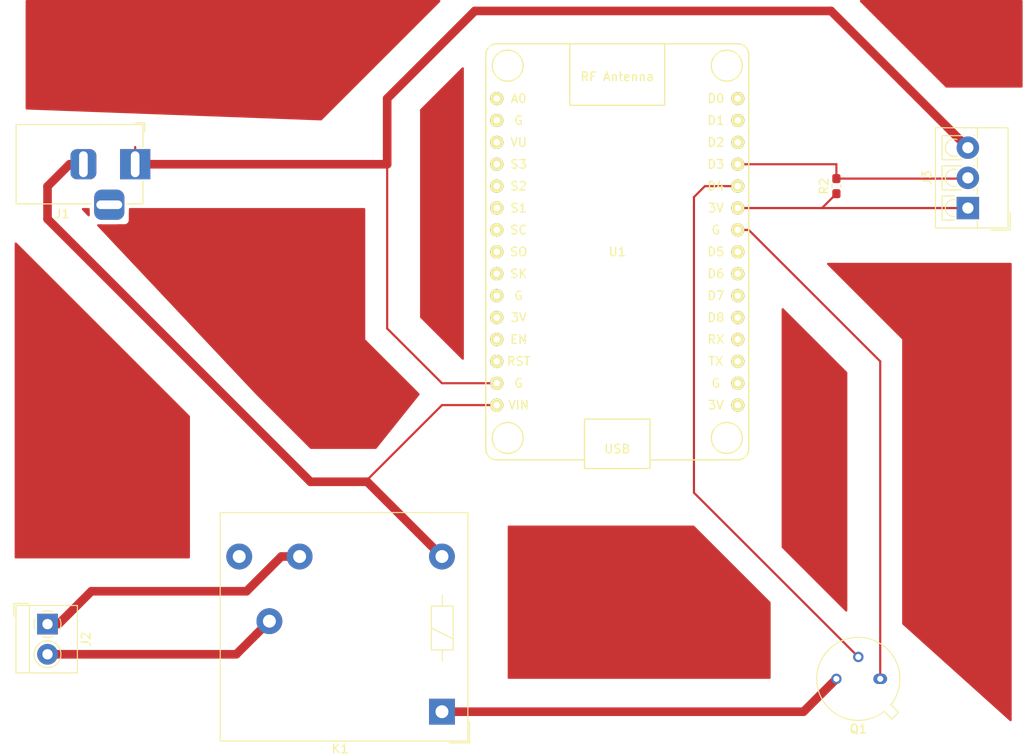
<source format=kicad_pcb>
(kicad_pcb (version 20171130) (host pcbnew "(5.0.1)-3")

  (general
    (thickness 1.6)
    (drawings 0)
    (tracks 42)
    (zones 0)
    (modules 7)
    (nets 35)
  )

  (page A4)
  (layers
    (0 F.Cu signal)
    (31 B.Cu signal)
    (32 B.Adhes user)
    (33 F.Adhes user)
    (34 B.Paste user)
    (35 F.Paste user)
    (36 B.SilkS user)
    (37 F.SilkS user)
    (38 B.Mask user)
    (39 F.Mask user)
    (40 Dwgs.User user)
    (41 Cmts.User user)
    (42 Eco1.User user)
    (43 Eco2.User user)
    (44 Edge.Cuts user)
    (45 Margin user)
    (46 B.CrtYd user hide)
    (47 F.CrtYd user)
    (48 B.Fab user hide)
    (49 F.Fab user)
  )

  (setup
    (last_trace_width 0.25)
    (trace_clearance 0.2)
    (zone_clearance 0.508)
    (zone_45_only no)
    (trace_min 0.2)
    (segment_width 0.2)
    (edge_width 0.15)
    (via_size 0.8)
    (via_drill 0.4)
    (via_min_size 0.4)
    (via_min_drill 0.3)
    (uvia_size 0.3)
    (uvia_drill 0.1)
    (uvias_allowed no)
    (uvia_min_size 0.2)
    (uvia_min_drill 0.1)
    (pcb_text_width 0.3)
    (pcb_text_size 1.5 1.5)
    (mod_edge_width 0.15)
    (mod_text_size 1 1)
    (mod_text_width 0.15)
    (pad_size 1.524 1.524)
    (pad_drill 0.762)
    (pad_to_mask_clearance 0.051)
    (solder_mask_min_width 0.25)
    (aux_axis_origin 0 0)
    (visible_elements 7FFFFFFF)
    (pcbplotparams
      (layerselection 0x010fc_ffffffff)
      (usegerberextensions false)
      (usegerberattributes false)
      (usegerberadvancedattributes false)
      (creategerberjobfile false)
      (excludeedgelayer true)
      (linewidth 0.100000)
      (plotframeref false)
      (viasonmask false)
      (mode 1)
      (useauxorigin false)
      (hpglpennumber 1)
      (hpglpenspeed 20)
      (hpglpendiameter 15.000000)
      (psnegative false)
      (psa4output false)
      (plotreference true)
      (plotvalue true)
      (plotinvisibletext false)
      (padsonsilk false)
      (subtractmaskfromsilk false)
      (outputformat 1)
      (mirror false)
      (drillshape 1)
      (scaleselection 1)
      (outputdirectory ""))
  )

  (net 0 "")
  (net 1 GND)
  (net 2 +10V)
  (net 3 "Net-(J2-Pad1)")
  (net 4 "Net-(J2-Pad2)")
  (net 5 +3V3)
  (net 6 "Net-(J3-Pad2)")
  (net 7 "Net-(Q1-Pad2)")
  (net 8 "Net-(U1-Pad1)")
  (net 9 "Net-(U1-Pad2)")
  (net 10 "Net-(U1-Pad3)")
  (net 11 "Net-(U1-Pad4)")
  (net 12 "Net-(U1-Pad5)")
  (net 13 "Net-(U1-Pad6)")
  (net 14 "Net-(U1-Pad7)")
  (net 15 "Net-(U1-Pad8)")
  (net 16 "Net-(U1-Pad9)")
  (net 17 "Net-(U1-Pad10)")
  (net 18 "Net-(U1-Pad11)")
  (net 19 "Net-(U1-Pad12)")
  (net 20 "Net-(U1-Pad13)")
  (net 21 "Net-(U1-Pad17)")
  (net 22 "Net-(U1-Pad18)")
  (net 23 "Net-(U1-Pad19)")
  (net 24 "Net-(U1-Pad20)")
  (net 25 "Net-(U1-Pad21)")
  (net 26 "Net-(U1-Pad22)")
  (net 27 "Net-(U1-Pad23)")
  (net 28 "Net-(U1-Pad28)")
  (net 29 "Net-(U1-Pad29)")
  (net 30 "Net-(U1-Pad30)")
  (net 31 "Net-(K1-PadA1)")
  (net 32 "Net-(K1-Pad14)")
  (net 33 "Net-(U1-Pad16)")
  (net 34 "Net-(Q1-Pad1)")

  (net_class Default "This is the default net class."
    (clearance 0.2)
    (trace_width 0.25)
    (via_dia 0.8)
    (via_drill 0.4)
    (uvia_dia 0.3)
    (uvia_drill 0.1)
    (add_net +10V)
    (add_net +3V3)
    (add_net GND)
    (add_net "Net-(J2-Pad1)")
    (add_net "Net-(J2-Pad2)")
    (add_net "Net-(J3-Pad2)")
    (add_net "Net-(K1-Pad14)")
    (add_net "Net-(K1-PadA1)")
    (add_net "Net-(Q1-Pad1)")
    (add_net "Net-(Q1-Pad2)")
    (add_net "Net-(U1-Pad1)")
    (add_net "Net-(U1-Pad10)")
    (add_net "Net-(U1-Pad11)")
    (add_net "Net-(U1-Pad12)")
    (add_net "Net-(U1-Pad13)")
    (add_net "Net-(U1-Pad16)")
    (add_net "Net-(U1-Pad17)")
    (add_net "Net-(U1-Pad18)")
    (add_net "Net-(U1-Pad19)")
    (add_net "Net-(U1-Pad2)")
    (add_net "Net-(U1-Pad20)")
    (add_net "Net-(U1-Pad21)")
    (add_net "Net-(U1-Pad22)")
    (add_net "Net-(U1-Pad23)")
    (add_net "Net-(U1-Pad28)")
    (add_net "Net-(U1-Pad29)")
    (add_net "Net-(U1-Pad3)")
    (add_net "Net-(U1-Pad30)")
    (add_net "Net-(U1-Pad4)")
    (add_net "Net-(U1-Pad5)")
    (add_net "Net-(U1-Pad6)")
    (add_net "Net-(U1-Pad7)")
    (add_net "Net-(U1-Pad8)")
    (add_net "Net-(U1-Pad9)")
  )

  (module Connector_BarrelJack:BarrelJack_Horizontal (layer F.Cu) (tedit 5A1DBF6A) (tstamp 5C04B976)
    (at 96.52 72.39)
    (descr "DC Barrel Jack")
    (tags "Power Jack")
    (path /5BEA696A)
    (fp_text reference J1 (at -8.45 5.75) (layer F.SilkS)
      (effects (font (size 1 1) (thickness 0.15)))
    )
    (fp_text value Barrel_Jack_MountingPin (at -6.2 -5.5) (layer F.Fab)
      (effects (font (size 1 1) (thickness 0.15)))
    )
    (fp_text user %R (at -3 -2.95) (layer F.Fab)
      (effects (font (size 1 1) (thickness 0.15)))
    )
    (fp_line (start -0.003213 -4.505425) (end 0.8 -3.75) (layer F.Fab) (width 0.1))
    (fp_line (start 1.1 -3.75) (end 1.1 -4.8) (layer F.SilkS) (width 0.12))
    (fp_line (start 0.05 -4.8) (end 1.1 -4.8) (layer F.SilkS) (width 0.12))
    (fp_line (start 1 -4.5) (end 1 -4.75) (layer F.CrtYd) (width 0.05))
    (fp_line (start 1 -4.75) (end -14 -4.75) (layer F.CrtYd) (width 0.05))
    (fp_line (start 1 -4.5) (end 1 -2) (layer F.CrtYd) (width 0.05))
    (fp_line (start 1 -2) (end 2 -2) (layer F.CrtYd) (width 0.05))
    (fp_line (start 2 -2) (end 2 2) (layer F.CrtYd) (width 0.05))
    (fp_line (start 2 2) (end 1 2) (layer F.CrtYd) (width 0.05))
    (fp_line (start 1 2) (end 1 4.75) (layer F.CrtYd) (width 0.05))
    (fp_line (start 1 4.75) (end -1 4.75) (layer F.CrtYd) (width 0.05))
    (fp_line (start -1 4.75) (end -1 6.75) (layer F.CrtYd) (width 0.05))
    (fp_line (start -1 6.75) (end -5 6.75) (layer F.CrtYd) (width 0.05))
    (fp_line (start -5 6.75) (end -5 4.75) (layer F.CrtYd) (width 0.05))
    (fp_line (start -5 4.75) (end -14 4.75) (layer F.CrtYd) (width 0.05))
    (fp_line (start -14 4.75) (end -14 -4.75) (layer F.CrtYd) (width 0.05))
    (fp_line (start -5 4.6) (end -13.8 4.6) (layer F.SilkS) (width 0.12))
    (fp_line (start -13.8 4.6) (end -13.8 -4.6) (layer F.SilkS) (width 0.12))
    (fp_line (start 0.9 1.9) (end 0.9 4.6) (layer F.SilkS) (width 0.12))
    (fp_line (start 0.9 4.6) (end -1 4.6) (layer F.SilkS) (width 0.12))
    (fp_line (start -13.8 -4.6) (end 0.9 -4.6) (layer F.SilkS) (width 0.12))
    (fp_line (start 0.9 -4.6) (end 0.9 -2) (layer F.SilkS) (width 0.12))
    (fp_line (start -10.2 -4.5) (end -10.2 4.5) (layer F.Fab) (width 0.1))
    (fp_line (start -13.7 -4.5) (end -13.7 4.5) (layer F.Fab) (width 0.1))
    (fp_line (start -13.7 4.5) (end 0.8 4.5) (layer F.Fab) (width 0.1))
    (fp_line (start 0.8 4.5) (end 0.8 -3.75) (layer F.Fab) (width 0.1))
    (fp_line (start 0 -4.5) (end -13.7 -4.5) (layer F.Fab) (width 0.1))
    (pad 1 thru_hole rect (at 0 0) (size 3.5 3.5) (drill oval 1 3) (layers *.Cu *.Mask)
      (net 1 GND))
    (pad 2 thru_hole roundrect (at -6 0) (size 3 3.5) (drill oval 1 3) (layers *.Cu *.Mask) (roundrect_rratio 0.25)
      (net 2 +10V))
    (pad 3 thru_hole roundrect (at -3 4.7) (size 3.5 3.5) (drill oval 3 1) (layers *.Cu *.Mask) (roundrect_rratio 0.25))
    (model ${KISYS3DMOD}/Connector_BarrelJack.3dshapes/BarrelJack_Horizontal.wrl
      (at (xyz 0 0 0))
      (scale (xyz 1 1 1))
      (rotate (xyz 0 0 0))
    )
  )

  (module "ESP8266:NodeMCU1.0(12-E)" (layer F.Cu) (tedit 5AF3DDCB) (tstamp 5C04BA8A)
    (at 152.4 82.55)
    (path /5BEA5477)
    (fp_text reference U1 (at 0 0) (layer F.SilkS)
      (effects (font (size 1 1) (thickness 0.15)))
    )
    (fp_text value "NodeMCU_1.0_(ESP-12E)" (at 0 -5.08) (layer F.Fab)
      (effects (font (size 1 1) (thickness 0.15)))
    )
    (fp_line (start 13.98 24.13) (end 3.81 24.13) (layer F.SilkS) (width 0.15))
    (fp_text user USB (at 0 22.86) (layer F.SilkS)
      (effects (font (size 1 1) (thickness 0.15)))
    )
    (fp_text user "RF Antenna" (at 0 -20.32) (layer F.SilkS)
      (effects (font (size 1 1) (thickness 0.15)))
    )
    (fp_line (start 5.5 -17) (end -5.5 -17) (layer F.SilkS) (width 0.15))
    (fp_line (start 5.5 -24.13) (end 5.5 -17) (layer F.SilkS) (width 0.15))
    (fp_line (start -5.5 -17) (end -5.5 -24.13) (layer F.SilkS) (width 0.15))
    (fp_line (start -3.8 25.13) (end -3.8 19.4) (layer F.SilkS) (width 0.15))
    (fp_line (start -3.8 19.4) (end 3.8 19.4) (layer F.SilkS) (width 0.15))
    (fp_line (start 3.8 19.4) (end 3.8 25.13) (layer F.SilkS) (width 0.15))
    (fp_line (start 3.8 25.13) (end -3.8 25.13) (layer F.SilkS) (width 0.15))
    (fp_arc (start -13.97 -22.86) (end -15.24 -22.86) (angle 90) (layer F.SilkS) (width 0.15))
    (fp_arc (start 13.97 -22.86) (end 13.97 -24.13) (angle 90) (layer F.SilkS) (width 0.15))
    (fp_arc (start 13.97 22.86) (end 15.24 22.86) (angle 90) (layer F.SilkS) (width 0.15))
    (fp_arc (start -13.97 22.86) (end -13.97 24.13) (angle 90) (layer F.SilkS) (width 0.15))
    (fp_line (start 15.24 -22.86) (end 15.24 22.86) (layer F.SilkS) (width 0.15))
    (fp_line (start -15.24 -22.86) (end -15.24 22.86) (layer F.SilkS) (width 0.15))
    (fp_line (start -3.8 24.13) (end -13.97 24.13) (layer F.SilkS) (width 0.15))
    (fp_text user VIN (at -11.43 17.78) (layer F.SilkS)
      (effects (font (size 1 1) (thickness 0.15)))
    )
    (fp_text user G (at -11.43 15.24) (layer F.SilkS)
      (effects (font (size 1 1) (thickness 0.15)))
    )
    (fp_text user RST (at -11.43 12.7) (layer F.SilkS)
      (effects (font (size 1 1) (thickness 0.15)))
    )
    (fp_text user EN (at -11.43 10.16) (layer F.SilkS)
      (effects (font (size 1 1) (thickness 0.15)))
    )
    (fp_text user 3V (at -11.43 7.62) (layer F.SilkS)
      (effects (font (size 1 1) (thickness 0.15)))
    )
    (fp_text user G (at -11.43 5.08) (layer F.SilkS)
      (effects (font (size 1 1) (thickness 0.15)))
    )
    (fp_text user SK (at -11.43 2.54) (layer F.SilkS)
      (effects (font (size 1 1) (thickness 0.15)))
    )
    (fp_text user SO (at -11.43 0) (layer F.SilkS)
      (effects (font (size 1 1) (thickness 0.15)))
    )
    (fp_text user SC (at -11.43 -2.54) (layer F.SilkS)
      (effects (font (size 1 1) (thickness 0.15)))
    )
    (fp_text user S1 (at -11.43 -5.08) (layer F.SilkS)
      (effects (font (size 1 1) (thickness 0.15)))
    )
    (fp_text user S2 (at -11.43 -7.62) (layer F.SilkS)
      (effects (font (size 1 1) (thickness 0.15)))
    )
    (fp_text user S3 (at -11.43 -10.16) (layer F.SilkS)
      (effects (font (size 1 1) (thickness 0.15)))
    )
    (fp_text user VU (at -11.43 -12.7) (layer F.SilkS)
      (effects (font (size 1 1) (thickness 0.15)))
    )
    (fp_text user G (at -11.43 -15.24) (layer F.SilkS)
      (effects (font (size 1 1) (thickness 0.15)))
    )
    (fp_text user A0 (at -11.43 -17.78) (layer F.SilkS)
      (effects (font (size 1 1) (thickness 0.15)))
    )
    (fp_text user 3V (at 11.43 17.78) (layer F.SilkS)
      (effects (font (size 1 1) (thickness 0.15)))
    )
    (fp_text user G (at 11.43 15.24) (layer F.SilkS)
      (effects (font (size 1 1) (thickness 0.15)))
    )
    (fp_text user TX (at 11.43 12.7) (layer F.SilkS)
      (effects (font (size 1 1) (thickness 0.15)))
    )
    (fp_text user RX (at 11.43 10.16) (layer F.SilkS)
      (effects (font (size 1 1) (thickness 0.15)))
    )
    (fp_text user D8 (at 11.43 7.62) (layer F.SilkS)
      (effects (font (size 1 1) (thickness 0.15)))
    )
    (fp_text user D7 (at 11.43 5.08) (layer F.SilkS)
      (effects (font (size 1 1) (thickness 0.15)))
    )
    (fp_text user D6 (at 11.43 2.54) (layer F.SilkS)
      (effects (font (size 1 1) (thickness 0.15)))
    )
    (fp_text user D5 (at 11.43 0) (layer F.SilkS)
      (effects (font (size 1 1) (thickness 0.15)))
    )
    (fp_text user G (at 11.43 -2.54) (layer F.SilkS)
      (effects (font (size 1 1) (thickness 0.15)))
    )
    (fp_text user 3V (at 11.43 -5.08) (layer F.SilkS)
      (effects (font (size 1 1) (thickness 0.15)))
    )
    (fp_text user D4 (at 11.43 -7.62) (layer F.SilkS)
      (effects (font (size 1 1) (thickness 0.15)))
    )
    (fp_text user D3 (at 11.43 -10.16) (layer F.SilkS)
      (effects (font (size 1 1) (thickness 0.15)))
    )
    (fp_text user D2 (at 11.43 -12.7) (layer F.SilkS)
      (effects (font (size 1 1) (thickness 0.15)))
    )
    (fp_text user D1 (at 11.43 -15.24) (layer F.SilkS)
      (effects (font (size 1 1) (thickness 0.15)))
    )
    (fp_text user D0 (at 11.43 -17.78) (layer F.SilkS)
      (effects (font (size 1 1) (thickness 0.15)))
    )
    (fp_circle (center 12.7 21.59) (end 13.97 20.32) (layer F.SilkS) (width 0.15))
    (fp_circle (center -12.7 21.59) (end -11.43 20.32) (layer F.SilkS) (width 0.15))
    (fp_circle (center -12.7 -21.59) (end -11.43 -22.86) (layer F.SilkS) (width 0.15))
    (fp_circle (center 12.7 -21.59) (end 13.97 -22.86) (layer F.SilkS) (width 0.15))
    (fp_line (start 13.97 -24.13) (end -13.97 -24.13) (layer F.SilkS) (width 0.15))
    (pad 1 thru_hole circle (at -13.97 -17.78) (size 1.524 1.524) (drill 0.762) (layers *.Cu *.Mask F.SilkS)
      (net 8 "Net-(U1-Pad1)"))
    (pad 2 thru_hole circle (at -13.97 -15.24) (size 1.524 1.524) (drill 0.762) (layers *.Cu *.Mask F.SilkS)
      (net 9 "Net-(U1-Pad2)"))
    (pad 3 thru_hole circle (at -13.97 -12.7) (size 1.524 1.524) (drill 0.762) (layers *.Cu *.Mask F.SilkS)
      (net 10 "Net-(U1-Pad3)"))
    (pad 4 thru_hole circle (at -13.97 -10.16) (size 1.524 1.524) (drill 0.762) (layers *.Cu *.Mask F.SilkS)
      (net 11 "Net-(U1-Pad4)"))
    (pad 5 thru_hole circle (at -13.97 -7.62) (size 1.524 1.524) (drill 0.762) (layers *.Cu *.Mask F.SilkS)
      (net 12 "Net-(U1-Pad5)"))
    (pad 6 thru_hole circle (at -13.97 -5.08) (size 1.524 1.524) (drill 0.762) (layers *.Cu *.Mask F.SilkS)
      (net 13 "Net-(U1-Pad6)"))
    (pad 7 thru_hole circle (at -13.97 -2.54) (size 1.524 1.524) (drill 0.762) (layers *.Cu *.Mask F.SilkS)
      (net 14 "Net-(U1-Pad7)"))
    (pad 8 thru_hole circle (at -13.97 0) (size 1.524 1.524) (drill 0.762) (layers *.Cu *.Mask F.SilkS)
      (net 15 "Net-(U1-Pad8)"))
    (pad 9 thru_hole circle (at -13.97 2.54) (size 1.524 1.524) (drill 0.762) (layers *.Cu *.Mask F.SilkS)
      (net 16 "Net-(U1-Pad9)"))
    (pad 10 thru_hole circle (at -13.97 5.08) (size 1.524 1.524) (drill 0.762) (layers *.Cu *.Mask F.SilkS)
      (net 17 "Net-(U1-Pad10)"))
    (pad 11 thru_hole circle (at -13.97 7.62) (size 1.524 1.524) (drill 0.762) (layers *.Cu *.Mask F.SilkS)
      (net 18 "Net-(U1-Pad11)"))
    (pad 12 thru_hole circle (at -13.97 10.16) (size 1.524 1.524) (drill 0.762) (layers *.Cu *.Mask F.SilkS)
      (net 19 "Net-(U1-Pad12)"))
    (pad 13 thru_hole circle (at -13.97 12.7) (size 1.524 1.524) (drill 0.762) (layers *.Cu *.Mask F.SilkS)
      (net 20 "Net-(U1-Pad13)"))
    (pad 14 thru_hole circle (at -13.97 15.24) (size 1.524 1.524) (drill 0.762) (layers *.Cu *.Mask F.SilkS)
      (net 1 GND))
    (pad 15 thru_hole circle (at -13.97 17.78) (size 1.524 1.524) (drill 0.762) (layers *.Cu *.Mask F.SilkS)
      (net 2 +10V))
    (pad 16 thru_hole circle (at 13.97 17.78) (size 1.524 1.524) (drill 0.762) (layers *.Cu *.Mask F.SilkS)
      (net 33 "Net-(U1-Pad16)"))
    (pad 17 thru_hole circle (at 13.97 15.24) (size 1.524 1.524) (drill 0.762) (layers *.Cu *.Mask F.SilkS)
      (net 21 "Net-(U1-Pad17)"))
    (pad 18 thru_hole circle (at 13.97 12.7) (size 1.524 1.524) (drill 0.762) (layers *.Cu *.Mask F.SilkS)
      (net 22 "Net-(U1-Pad18)"))
    (pad 19 thru_hole circle (at 13.97 10.16) (size 1.524 1.524) (drill 0.762) (layers *.Cu *.Mask F.SilkS)
      (net 23 "Net-(U1-Pad19)"))
    (pad 20 thru_hole circle (at 13.97 7.62) (size 1.524 1.524) (drill 0.762) (layers *.Cu *.Mask F.SilkS)
      (net 24 "Net-(U1-Pad20)"))
    (pad 21 thru_hole circle (at 13.97 5.08) (size 1.524 1.524) (drill 0.762) (layers *.Cu *.Mask F.SilkS)
      (net 25 "Net-(U1-Pad21)"))
    (pad 22 thru_hole circle (at 13.97 2.54) (size 1.524 1.524) (drill 0.762) (layers *.Cu *.Mask F.SilkS)
      (net 26 "Net-(U1-Pad22)"))
    (pad 23 thru_hole circle (at 13.97 0) (size 1.524 1.524) (drill 0.762) (layers *.Cu *.Mask F.SilkS)
      (net 27 "Net-(U1-Pad23)"))
    (pad 24 thru_hole circle (at 13.97 -2.54) (size 1.524 1.524) (drill 0.762) (layers *.Cu *.Mask F.SilkS)
      (net 34 "Net-(Q1-Pad1)"))
    (pad 25 thru_hole circle (at 13.97 -5.08) (size 1.524 1.524) (drill 0.762) (layers *.Cu *.Mask F.SilkS)
      (net 5 +3V3))
    (pad 26 thru_hole circle (at 13.97 -7.62) (size 1.524 1.524) (drill 0.762) (layers *.Cu *.Mask F.SilkS)
      (net 7 "Net-(Q1-Pad2)"))
    (pad 27 thru_hole circle (at 13.97 -10.16) (size 1.524 1.524) (drill 0.762) (layers *.Cu *.Mask F.SilkS)
      (net 6 "Net-(J3-Pad2)"))
    (pad 28 thru_hole circle (at 13.97 -12.7) (size 1.524 1.524) (drill 0.762) (layers *.Cu *.Mask F.SilkS)
      (net 28 "Net-(U1-Pad28)"))
    (pad 29 thru_hole circle (at 13.97 -15.24) (size 1.524 1.524) (drill 0.762) (layers *.Cu *.Mask F.SilkS)
      (net 29 "Net-(U1-Pad29)"))
    (pad 30 thru_hole circle (at 13.97 -17.78) (size 1.524 1.524) (drill 0.762) (layers *.Cu *.Mask F.SilkS)
      (net 30 "Net-(U1-Pad30)"))
  )

  (module TerminalBlock_4Ucon:TerminalBlock_4Ucon_1x02_P3.50mm_Horizontal (layer F.Cu) (tedit 5B294E91) (tstamp 5C04B9AE)
    (at 86.36 125.73 270)
    (descr "Terminal Block 4Ucon ItemNo. 19963, 2 pins, pitch 3.5mm, size 7.7x7mm^2, drill diamater 1.2mm, pad diameter 2.4mm, see http://www.4uconnector.com/online/object/4udrawing/19963.pdf, script-generated using https://github.com/pointhi/kicad-footprint-generator/scripts/TerminalBlock_4Ucon")
    (tags "THT Terminal Block 4Ucon ItemNo. 19963 pitch 3.5mm size 7.7x7mm^2 drill 1.2mm pad 2.4mm")
    (path /5BEA6AA8)
    (fp_text reference J2 (at 1.75 -4.46 270) (layer F.SilkS)
      (effects (font (size 1 1) (thickness 0.15)))
    )
    (fp_text value Screw_Terminal_01x02 (at 1.75 4.66 270) (layer F.Fab)
      (effects (font (size 1 1) (thickness 0.15)))
    )
    (fp_arc (start 0 0) (end 0 1.555) (angle -23) (layer F.SilkS) (width 0.12))
    (fp_arc (start 0 0) (end 1.432 0.608) (angle -46) (layer F.SilkS) (width 0.12))
    (fp_arc (start 0 0) (end 0.608 -1.432) (angle -46) (layer F.SilkS) (width 0.12))
    (fp_arc (start 0 0) (end -1.432 -0.608) (angle -46) (layer F.SilkS) (width 0.12))
    (fp_arc (start 0 0) (end -0.608 1.432) (angle -24) (layer F.SilkS) (width 0.12))
    (fp_circle (center 0 0) (end 1.375 0) (layer F.Fab) (width 0.1))
    (fp_circle (center 3.5 0) (end 4.875 0) (layer F.Fab) (width 0.1))
    (fp_circle (center 3.5 0) (end 5.055 0) (layer F.SilkS) (width 0.12))
    (fp_line (start -2.1 -3.4) (end 5.6 -3.4) (layer F.Fab) (width 0.1))
    (fp_line (start 5.6 -3.4) (end 5.6 3.6) (layer F.Fab) (width 0.1))
    (fp_line (start 5.6 3.6) (end -0.6 3.6) (layer F.Fab) (width 0.1))
    (fp_line (start -0.6 3.6) (end -2.1 2.1) (layer F.Fab) (width 0.1))
    (fp_line (start -2.1 2.1) (end -2.1 -3.4) (layer F.Fab) (width 0.1))
    (fp_line (start -2.1 2.1) (end 5.6 2.1) (layer F.Fab) (width 0.1))
    (fp_line (start -2.16 2.1) (end 5.66 2.1) (layer F.SilkS) (width 0.12))
    (fp_line (start -2.16 -3.46) (end 5.66 -3.46) (layer F.SilkS) (width 0.12))
    (fp_line (start -2.16 3.66) (end 5.66 3.66) (layer F.SilkS) (width 0.12))
    (fp_line (start -2.16 -3.46) (end -2.16 3.66) (layer F.SilkS) (width 0.12))
    (fp_line (start 5.66 -3.46) (end 5.66 3.66) (layer F.SilkS) (width 0.12))
    (fp_line (start -1.1 -0.069) (end -0.069 -0.069) (layer F.Fab) (width 0.1))
    (fp_line (start -0.069 -0.069) (end -0.069 -1.1) (layer F.Fab) (width 0.1))
    (fp_line (start -0.069 -1.1) (end 0.069 -1.1) (layer F.Fab) (width 0.1))
    (fp_line (start 0.069 -1.1) (end 0.069 -0.069) (layer F.Fab) (width 0.1))
    (fp_line (start 0.069 -0.069) (end 1.1 -0.069) (layer F.Fab) (width 0.1))
    (fp_line (start 1.1 -0.069) (end 1.1 0.069) (layer F.Fab) (width 0.1))
    (fp_line (start 1.1 0.069) (end 0.069 0.069) (layer F.Fab) (width 0.1))
    (fp_line (start 0.069 0.069) (end 0.069 1.1) (layer F.Fab) (width 0.1))
    (fp_line (start 0.069 1.1) (end -0.069 1.1) (layer F.Fab) (width 0.1))
    (fp_line (start -0.069 1.1) (end -0.069 0.069) (layer F.Fab) (width 0.1))
    (fp_line (start -0.069 0.069) (end -1.1 0.069) (layer F.Fab) (width 0.1))
    (fp_line (start -1.1 0.069) (end -1.1 -0.069) (layer F.Fab) (width 0.1))
    (fp_line (start 2.4 -0.069) (end 3.431 -0.069) (layer F.Fab) (width 0.1))
    (fp_line (start 3.431 -0.069) (end 3.431 -1.1) (layer F.Fab) (width 0.1))
    (fp_line (start 3.431 -1.1) (end 3.569 -1.1) (layer F.Fab) (width 0.1))
    (fp_line (start 3.569 -1.1) (end 3.569 -0.069) (layer F.Fab) (width 0.1))
    (fp_line (start 3.569 -0.069) (end 4.6 -0.069) (layer F.Fab) (width 0.1))
    (fp_line (start 4.6 -0.069) (end 4.6 0.069) (layer F.Fab) (width 0.1))
    (fp_line (start 4.6 0.069) (end 3.569 0.069) (layer F.Fab) (width 0.1))
    (fp_line (start 3.569 0.069) (end 3.569 1.1) (layer F.Fab) (width 0.1))
    (fp_line (start 3.569 1.1) (end 3.431 1.1) (layer F.Fab) (width 0.1))
    (fp_line (start 3.431 1.1) (end 3.431 0.069) (layer F.Fab) (width 0.1))
    (fp_line (start 3.431 0.069) (end 2.4 0.069) (layer F.Fab) (width 0.1))
    (fp_line (start 2.4 0.069) (end 2.4 -0.069) (layer F.Fab) (width 0.1))
    (fp_line (start -2.4 2.16) (end -2.4 3.9) (layer F.SilkS) (width 0.12))
    (fp_line (start -2.4 3.9) (end -0.9 3.9) (layer F.SilkS) (width 0.12))
    (fp_line (start -2.6 -3.9) (end -2.6 4.1) (layer F.CrtYd) (width 0.05))
    (fp_line (start -2.6 4.1) (end 6.1 4.1) (layer F.CrtYd) (width 0.05))
    (fp_line (start 6.1 4.1) (end 6.1 -3.9) (layer F.CrtYd) (width 0.05))
    (fp_line (start 6.1 -3.9) (end -2.6 -3.9) (layer F.CrtYd) (width 0.05))
    (fp_text user %R (at 1.75 2.9 270) (layer F.Fab)
      (effects (font (size 1 1) (thickness 0.15)))
    )
    (pad 1 thru_hole rect (at 0 0 270) (size 2.4 2.4) (drill 1.2) (layers *.Cu *.Mask)
      (net 3 "Net-(J2-Pad1)"))
    (pad 2 thru_hole circle (at 3.5 0 270) (size 2.4 2.4) (drill 1.2) (layers *.Cu *.Mask)
      (net 4 "Net-(J2-Pad2)"))
    (model ${KISYS3DMOD}/TerminalBlock_4Ucon.3dshapes/TerminalBlock_4Ucon_1x02_P3.50mm_Horizontal.wrl
      (at (xyz 0 0 0))
      (scale (xyz 1 1 1))
      (rotate (xyz 0 0 0))
    )
  )

  (module TerminalBlock_4Ucon:TerminalBlock_4Ucon_1x03_P3.50mm_Vertical (layer F.Cu) (tedit 5B294E80) (tstamp 5C04B9ED)
    (at 193.04 77.47 90)
    (descr "Terminal Block 4Ucon ItemNo. 10694, vertical (cable from top), 3 pins, pitch 3.5mm, size 11.5x8.3mm^2, drill diamater 1.3mm, pad diameter 2.6mm, see http://www.4uconnector.com/online/object/4udrawing/10694.pdf, script-generated with , script-generated using https://github.com/pointhi/kicad-footprint-generator/scripts/TerminalBlock_4Ucon")
    (tags "THT Terminal Block 4Ucon ItemNo. 10694 vertical pitch 3.5mm size 11.5x8.3mm^2 drill 1.3mm pad 2.6mm")
    (path /5BEA6B72)
    (fp_text reference J3 (at 3.5 -4.76 90) (layer F.SilkS)
      (effects (font (size 1 1) (thickness 0.15)))
    )
    (fp_text value Screw_Terminal_01x03 (at 3.5 5.66 90) (layer F.Fab)
      (effects (font (size 1 1) (thickness 0.15)))
    )
    (fp_arc (start 0 -1.6) (end 0.998 -1.531) (angle -188) (layer F.SilkS) (width 0.12))
    (fp_arc (start 3.5 -1.6) (end 4.44 -1.258) (angle -220) (layer F.SilkS) (width 0.12))
    (fp_arc (start 7 -1.6) (end 7.94 -1.258) (angle -220) (layer F.SilkS) (width 0.12))
    (fp_circle (center 0 -1.6) (end 1 -1.6) (layer F.Fab) (width 0.1))
    (fp_circle (center 3.5 -1.6) (end 4.5 -1.6) (layer F.Fab) (width 0.1))
    (fp_circle (center 7 -1.6) (end 8 -1.6) (layer F.Fab) (width 0.1))
    (fp_line (start -2.25 -3.7) (end 9.25 -3.7) (layer F.Fab) (width 0.1))
    (fp_line (start 9.25 -3.7) (end 9.25 4.6) (layer F.Fab) (width 0.1))
    (fp_line (start 9.25 4.6) (end -0.25 4.6) (layer F.Fab) (width 0.1))
    (fp_line (start -0.25 4.6) (end -2.25 2.6) (layer F.Fab) (width 0.1))
    (fp_line (start -2.25 2.6) (end -2.25 -3.7) (layer F.Fab) (width 0.1))
    (fp_line (start -2.25 1.1) (end 9.25 1.1) (layer F.Fab) (width 0.1))
    (fp_line (start -2.31 1.101) (end -1.54 1.101) (layer F.SilkS) (width 0.12))
    (fp_line (start 1.54 1.101) (end 2.367 1.101) (layer F.SilkS) (width 0.12))
    (fp_line (start 4.634 1.101) (end 5.867 1.101) (layer F.SilkS) (width 0.12))
    (fp_line (start 8.134 1.101) (end 9.31 1.101) (layer F.SilkS) (width 0.12))
    (fp_line (start -2.31 -3.76) (end 9.31 -3.76) (layer F.SilkS) (width 0.12))
    (fp_line (start -2.31 4.66) (end 9.31 4.66) (layer F.SilkS) (width 0.12))
    (fp_line (start -2.31 -3.76) (end -2.31 4.66) (layer F.SilkS) (width 0.12))
    (fp_line (start 9.31 -3.76) (end 9.31 4.66) (layer F.SilkS) (width 0.12))
    (fp_line (start -1.4 -3) (end 1.4 -3) (layer F.SilkS) (width 0.12))
    (fp_line (start -1.4 -3) (end -1.4 -1.54) (layer F.SilkS) (width 0.12))
    (fp_line (start 1.4 -3) (end 1.4 -1.54) (layer F.SilkS) (width 0.12))
    (fp_line (start -1.4 -3) (end -1.4 0.75) (layer F.Fab) (width 0.1))
    (fp_line (start -1.4 0.75) (end 1.4 0.75) (layer F.Fab) (width 0.1))
    (fp_line (start 1.4 0.75) (end 1.4 -3) (layer F.Fab) (width 0.1))
    (fp_line (start 1.4 -3) (end -1.4 -3) (layer F.Fab) (width 0.1))
    (fp_line (start 2.1 -3) (end 4.9 -3) (layer F.SilkS) (width 0.12))
    (fp_line (start 2.1 0.75) (end 2.101 0.75) (layer F.SilkS) (width 0.12))
    (fp_line (start 4.9 0.75) (end 4.9 0.75) (layer F.SilkS) (width 0.12))
    (fp_line (start 2.1 -3) (end 2.1 -0.689) (layer F.SilkS) (width 0.12))
    (fp_line (start 2.1 0.689) (end 2.1 0.75) (layer F.SilkS) (width 0.12))
    (fp_line (start 4.9 -3) (end 4.9 -0.689) (layer F.SilkS) (width 0.12))
    (fp_line (start 4.9 0.689) (end 4.9 0.75) (layer F.SilkS) (width 0.12))
    (fp_line (start 2.1 -3) (end 2.1 0.75) (layer F.Fab) (width 0.1))
    (fp_line (start 2.1 0.75) (end 4.9 0.75) (layer F.Fab) (width 0.1))
    (fp_line (start 4.9 0.75) (end 4.9 -3) (layer F.Fab) (width 0.1))
    (fp_line (start 4.9 -3) (end 2.1 -3) (layer F.Fab) (width 0.1))
    (fp_line (start 5.6 -3) (end 8.4 -3) (layer F.SilkS) (width 0.12))
    (fp_line (start 5.6 0.75) (end 5.601 0.75) (layer F.SilkS) (width 0.12))
    (fp_line (start 8.4 0.75) (end 8.4 0.75) (layer F.SilkS) (width 0.12))
    (fp_line (start 5.6 -3) (end 5.6 -0.689) (layer F.SilkS) (width 0.12))
    (fp_line (start 5.6 0.689) (end 5.6 0.75) (layer F.SilkS) (width 0.12))
    (fp_line (start 8.4 -3) (end 8.4 -0.689) (layer F.SilkS) (width 0.12))
    (fp_line (start 8.4 0.689) (end 8.4 0.75) (layer F.SilkS) (width 0.12))
    (fp_line (start 5.6 -3) (end 5.6 0.75) (layer F.Fab) (width 0.1))
    (fp_line (start 5.6 0.75) (end 8.4 0.75) (layer F.Fab) (width 0.1))
    (fp_line (start 8.4 0.75) (end 8.4 -3) (layer F.Fab) (width 0.1))
    (fp_line (start 8.4 -3) (end 5.6 -3) (layer F.Fab) (width 0.1))
    (fp_line (start -2.55 2.66) (end -2.55 4.9) (layer F.SilkS) (width 0.12))
    (fp_line (start -2.55 4.9) (end -0.55 4.9) (layer F.SilkS) (width 0.12))
    (fp_line (start -2.75 -4.2) (end -2.75 5.11) (layer F.CrtYd) (width 0.05))
    (fp_line (start -2.75 5.11) (end 9.75 5.11) (layer F.CrtYd) (width 0.05))
    (fp_line (start 9.75 5.11) (end 9.75 -4.2) (layer F.CrtYd) (width 0.05))
    (fp_line (start 9.75 -4.2) (end -2.75 -4.2) (layer F.CrtYd) (width 0.05))
    (fp_text user %R (at 5.08 -13.97 90) (layer F.Fab)
      (effects (font (size 1 1) (thickness 0.15)))
    )
    (pad 1 thru_hole rect (at 0 0 90) (size 2.6 2.6) (drill 1.3) (layers *.Cu *.Mask)
      (net 5 +3V3))
    (pad 2 thru_hole circle (at 3.5 0 90) (size 2.6 2.6) (drill 1.3) (layers *.Cu *.Mask)
      (net 6 "Net-(J3-Pad2)"))
    (pad 3 thru_hole circle (at 7 0 90) (size 2.6 2.6) (drill 1.3) (layers *.Cu *.Mask)
      (net 1 GND))
    (model ${KISYS3DMOD}/TerminalBlock_4Ucon.3dshapes/TerminalBlock_4Ucon_1x03_P3.50mm_Vertical.wrl
      (at (xyz 0 0 0))
      (scale (xyz 1 1 1))
      (rotate (xyz 0 0 0))
    )
  )

  (module Relay_THT:Relay_SPDT_Finder_40.11 (layer F.Cu) (tedit 5A6364EC) (tstamp 5C04BA0E)
    (at 132.08 135.89 180)
    (descr "Relay SPDT Finder 40.11, https://www.finder-relais.net/de/finder-relais-serie-40.pdf")
    (tags "Relay SPDT Finder 40.11 ")
    (path /5BEA59AE)
    (fp_text reference K1 (at 11.8 -4.3 180) (layer F.SilkS)
      (effects (font (size 1 1) (thickness 0.15)))
    )
    (fp_text value FINDER-40.11 (at 11.7 24.1 180) (layer F.Fab)
      (effects (font (size 1 1) (thickness 0.15)))
    )
    (fp_text user %R (at 10.7 10.6 180) (layer F.Fab)
      (effects (font (size 1 1) (thickness 0.15)))
    )
    (fp_line (start 25.7 23.1) (end 25.7 -3.4) (layer F.SilkS) (width 0.12))
    (fp_line (start -3 23.1) (end 25.7 23.1) (layer F.SilkS) (width 0.12))
    (fp_line (start 25.6 23) (end 25.6 -3.3) (layer F.Fab) (width 0.12))
    (fp_line (start -2.9 23) (end 25.6 23) (layer F.Fab) (width 0.12))
    (fp_line (start -3.2 -1.2) (end -3.2 -3.6) (layer F.SilkS) (width 0.12))
    (fp_line (start -0.8 -3.6) (end -3.2 -3.6) (layer F.SilkS) (width 0.12))
    (fp_line (start -3 23.1) (end -3 -3.4) (layer F.SilkS) (width 0.12))
    (fp_line (start -3 -3.4) (end 25.7 -3.4) (layer F.SilkS) (width 0.12))
    (fp_line (start -1.9 -3.3) (end -2.9 -2.2) (layer F.Fab) (width 0.12))
    (fp_line (start 25.6 -3.3) (end -1.9 -3.3) (layer F.Fab) (width 0.12))
    (fp_line (start -2.9 -2.2) (end -2.9 23) (layer F.Fab) (width 0.12))
    (fp_line (start -1.31 8.44) (end 1.23 9.71) (layer F.SilkS) (width 0.12))
    (fp_line (start -0.04 12.25) (end -0.04 13.52) (layer F.SilkS) (width 0.12))
    (fp_line (start -0.04 5.9) (end -0.04 7.17) (layer F.SilkS) (width 0.12))
    (fp_line (start -0.04 7.17) (end 1.23 7.17) (layer F.SilkS) (width 0.12))
    (fp_line (start 1.23 7.17) (end 1.23 12.25) (layer F.SilkS) (width 0.12))
    (fp_line (start 1.23 12.25) (end -1.31 12.25) (layer F.SilkS) (width 0.12))
    (fp_line (start -1.31 12.25) (end -1.31 7.17) (layer F.SilkS) (width 0.12))
    (fp_line (start -1.31 7.17) (end -0.04 7.17) (layer F.SilkS) (width 0.12))
    (fp_line (start -3.15 -3.55) (end 25.85 -3.55) (layer F.CrtYd) (width 0.05))
    (fp_line (start -3.15 -3.55) (end -3.15 23.25) (layer F.CrtYd) (width 0.05))
    (fp_line (start 25.85 23.25) (end 25.85 -3.55) (layer F.CrtYd) (width 0.05))
    (fp_line (start 25.85 23.25) (end -3.15 23.25) (layer F.CrtYd) (width 0.05))
    (pad A1 thru_hole rect (at 0 0 180) (size 3 3) (drill 1.5) (layers *.Cu *.Mask)
      (net 31 "Net-(K1-PadA1)"))
    (pad A2 thru_hole circle (at 0 18 180) (size 3 3) (drill 1.5) (layers *.Cu *.Mask)
      (net 2 +10V))
    (pad 11 thru_hole circle (at 20 10.5 180) (size 3 3) (drill 1.5) (layers *.Cu *.Mask)
      (net 4 "Net-(J2-Pad2)"))
    (pad 14 thru_hole circle (at 23.5 18 180) (size 3 3) (drill 1.5) (layers *.Cu *.Mask)
      (net 32 "Net-(K1-Pad14)"))
    (pad 12 thru_hole circle (at 16.5 18 180) (size 3 3) (drill 1.5) (layers *.Cu *.Mask)
      (net 3 "Net-(J2-Pad1)"))
    (model ${KISYS3DMOD}/Relay_THT.3dshapes/Relay_SPDT_Finder_40.11.wrl
      (at (xyz 0 0 0))
      (scale (xyz 1 1 1))
      (rotate (xyz 0 0 0))
    )
  )

  (module Package_TO_SOT_THT:TO-39-3 (layer F.Cu) (tedit 5A02FF81) (tstamp 5C04BA23)
    (at 182.88 132.08 180)
    (descr TO-39-3)
    (tags TO-39-3)
    (path /5BEA5AD9)
    (fp_text reference Q1 (at 2.54 -5.82 180) (layer F.SilkS)
      (effects (font (size 1 1) (thickness 0.15)))
    )
    (fp_text value 2N2219 (at 2.54 5.82 180) (layer F.Fab)
      (effects (font (size 1 1) (thickness 0.15)))
    )
    (fp_text user %R (at 2.54 -5.82 180) (layer F.Fab)
      (effects (font (size 1 1) (thickness 0.15)))
    )
    (fp_line (start -0.465408 -3.61352) (end -1.27151 -4.419621) (layer F.Fab) (width 0.1))
    (fp_line (start -1.27151 -4.419621) (end -1.879621 -3.81151) (layer F.Fab) (width 0.1))
    (fp_line (start -1.879621 -3.81151) (end -1.07352 -3.005408) (layer F.Fab) (width 0.1))
    (fp_line (start -0.457084 -3.774902) (end -1.348039 -4.665856) (layer F.SilkS) (width 0.12))
    (fp_line (start -1.348039 -4.665856) (end -2.125856 -3.888039) (layer F.SilkS) (width 0.12))
    (fp_line (start -2.125856 -3.888039) (end -1.234902 -2.997084) (layer F.SilkS) (width 0.12))
    (fp_line (start -2.41 -4.95) (end -2.41 4.95) (layer F.CrtYd) (width 0.05))
    (fp_line (start -2.41 4.95) (end 7.49 4.95) (layer F.CrtYd) (width 0.05))
    (fp_line (start 7.49 4.95) (end 7.49 -4.95) (layer F.CrtYd) (width 0.05))
    (fp_line (start 7.49 -4.95) (end -2.41 -4.95) (layer F.CrtYd) (width 0.05))
    (fp_circle (center 2.54 0) (end 6.79 0) (layer F.Fab) (width 0.1))
    (fp_arc (start 2.54 0) (end -0.465408 -3.61352) (angle 349.5) (layer F.Fab) (width 0.1))
    (fp_arc (start 2.54 0) (end -0.457084 -3.774902) (angle 346.9) (layer F.SilkS) (width 0.12))
    (pad 1 thru_hole oval (at 0 0 180) (size 1.6 1.2) (drill 0.7) (layers *.Cu *.Mask)
      (net 34 "Net-(Q1-Pad1)"))
    (pad 2 thru_hole oval (at 2.54 2.54 180) (size 1.2 1.2) (drill 0.7) (layers *.Cu *.Mask)
      (net 7 "Net-(Q1-Pad2)"))
    (pad 3 thru_hole oval (at 5.08 0 180) (size 1.2 1.2) (drill 0.7) (layers *.Cu *.Mask)
      (net 31 "Net-(K1-PadA1)"))
    (model ${KISYS3DMOD}/Package_TO_SOT_THT.3dshapes/TO-39-3.wrl
      (at (xyz 0 0 0))
      (scale (xyz 1 1 1))
      (rotate (xyz 0 0 0))
    )
  )

  (module Resistor_SMD:R_0603_1608Metric_Pad1.05x0.95mm_HandSolder (layer F.Cu) (tedit 5B301BBD) (tstamp 5C04BA34)
    (at 177.8 74.93 90)
    (descr "Resistor SMD 0603 (1608 Metric), square (rectangular) end terminal, IPC_7351 nominal with elongated pad for handsoldering. (Body size source: http://www.tortai-tech.com/upload/download/2011102023233369053.pdf), generated with kicad-footprint-generator")
    (tags "resistor handsolder")
    (path /5BEA6171)
    (attr smd)
    (fp_text reference R2 (at 0 -1.43 90) (layer F.SilkS)
      (effects (font (size 1 1) (thickness 0.15)))
    )
    (fp_text value R_Small_US (at 0 1.43 90) (layer F.Fab)
      (effects (font (size 1 1) (thickness 0.15)))
    )
    (fp_line (start -0.8 0.4) (end -0.8 -0.4) (layer F.Fab) (width 0.1))
    (fp_line (start -0.8 -0.4) (end 0.8 -0.4) (layer F.Fab) (width 0.1))
    (fp_line (start 0.8 -0.4) (end 0.8 0.4) (layer F.Fab) (width 0.1))
    (fp_line (start 0.8 0.4) (end -0.8 0.4) (layer F.Fab) (width 0.1))
    (fp_line (start -0.171267 -0.51) (end 0.171267 -0.51) (layer F.SilkS) (width 0.12))
    (fp_line (start -0.171267 0.51) (end 0.171267 0.51) (layer F.SilkS) (width 0.12))
    (fp_line (start -1.65 0.73) (end -1.65 -0.73) (layer F.CrtYd) (width 0.05))
    (fp_line (start -1.65 -0.73) (end 1.65 -0.73) (layer F.CrtYd) (width 0.05))
    (fp_line (start 1.65 -0.73) (end 1.65 0.73) (layer F.CrtYd) (width 0.05))
    (fp_line (start 1.65 0.73) (end -1.65 0.73) (layer F.CrtYd) (width 0.05))
    (fp_text user %R (at 0 0 180) (layer F.Fab)
      (effects (font (size 0.4 0.4) (thickness 0.06)))
    )
    (pad 1 smd roundrect (at -0.875 0 90) (size 1.05 0.95) (layers F.Cu F.Paste F.Mask) (roundrect_rratio 0.25)
      (net 5 +3V3))
    (pad 2 smd roundrect (at 0.875 0 90) (size 1.05 0.95) (layers F.Cu F.Paste F.Mask) (roundrect_rratio 0.25)
      (net 6 "Net-(J3-Pad2)"))
    (model ${KISYS3DMOD}/Resistor_SMD.3dshapes/R_0603_1608Metric.wrl
      (at (xyz 0 0 0))
      (scale (xyz 1 1 1))
      (rotate (xyz 0 0 0))
    )
  )

  (segment (start 96.52 72.39) (end 96.52 70.39) (width 0.25) (layer F.Cu) (net 1))
  (segment (start 189.23 66.66) (end 193.04 70.47) (width 0.25) (layer F.Cu) (net 1))
  (segment (start 96.52 72.39) (end 125.73 72.39) (width 1) (layer F.Cu) (net 1))
  (segment (start 125.73 72.39) (end 125.73 64.77) (width 1) (layer F.Cu) (net 1))
  (segment (start 125.73 64.77) (end 135.89 54.61) (width 1) (layer F.Cu) (net 1))
  (segment (start 177.18 54.61) (end 193.04 70.47) (width 1) (layer F.Cu) (net 1))
  (segment (start 135.89 54.61) (end 177.18 54.61) (width 1) (layer F.Cu) (net 1))
  (segment (start 125.73 72.39) (end 125.73 91.44) (width 0.25) (layer F.Cu) (net 1))
  (segment (start 125.73 91.44) (end 132.08 97.79) (width 0.25) (layer F.Cu) (net 1))
  (segment (start 132.08 97.79) (end 138.43 97.79) (width 0.25) (layer F.Cu) (net 1))
  (segment (start 132.08 100.33) (end 138.43 100.33) (width 0.25) (layer F.Cu) (net 2))
  (segment (start 88.92 72.39) (end 86.36 74.95) (width 1) (layer F.Cu) (net 2))
  (segment (start 90.52 72.39) (end 88.92 72.39) (width 1) (layer F.Cu) (net 2))
  (segment (start 86.36 74.95) (end 86.36 78.74) (width 1) (layer F.Cu) (net 2))
  (segment (start 86.36 78.74) (end 116.84 109.22) (width 1) (layer F.Cu) (net 2))
  (segment (start 123.41 109.22) (end 132.08 117.89) (width 1) (layer F.Cu) (net 2))
  (segment (start 116.84 109.22) (end 123.41 109.22) (width 1) (layer F.Cu) (net 2))
  (segment (start 132.08 100.33) (end 123.19 109.22) (width 0.25) (layer F.Cu) (net 2))
  (segment (start 113.45868 117.89) (end 109.42868 121.92) (width 1) (layer F.Cu) (net 3))
  (segment (start 115.58 117.89) (end 113.45868 117.89) (width 1) (layer F.Cu) (net 3))
  (segment (start 109.42868 121.92) (end 91.44 121.92) (width 1) (layer F.Cu) (net 3))
  (segment (start 91.44 121.92) (end 87.63 125.73) (width 1) (layer F.Cu) (net 3))
  (segment (start 110.580001 126.889999) (end 112.08 125.39) (width 1) (layer F.Cu) (net 4))
  (segment (start 108.24 129.23) (end 110.580001 126.889999) (width 1) (layer F.Cu) (net 4))
  (segment (start 86.36 129.23) (end 108.24 129.23) (width 1) (layer F.Cu) (net 4))
  (segment (start 177.405 76.2) (end 177.8 75.805) (width 0.25) (layer F.Cu) (net 5))
  (segment (start 176.135 77.47) (end 177.8 75.805) (width 0.25) (layer F.Cu) (net 5))
  (segment (start 166.37 77.47) (end 176.135 77.47) (width 0.25) (layer F.Cu) (net 5))
  (segment (start 176.135 77.47) (end 193.04 77.47) (width 0.25) (layer F.Cu) (net 5))
  (segment (start 166.37 72.39) (end 177.8 72.39) (width 0.25) (layer F.Cu) (net 6))
  (segment (start 177.8 72.39) (end 177.8 74.055) (width 0.25) (layer F.Cu) (net 6))
  (segment (start 192.955 74.055) (end 193.04 73.97) (width 0.25) (layer F.Cu) (net 6))
  (segment (start 177.8 74.055) (end 192.955 74.055) (width 0.25) (layer F.Cu) (net 6))
  (segment (start 166.37 74.93) (end 162.56 74.93) (width 0.25) (layer F.Cu) (net 7))
  (segment (start 162.56 74.93) (end 161.29 76.2) (width 0.25) (layer F.Cu) (net 7))
  (segment (start 161.29 110.49) (end 180.34 129.54) (width 0.25) (layer F.Cu) (net 7))
  (segment (start 161.29 76.2) (end 161.29 110.49) (width 0.25) (layer F.Cu) (net 7))
  (segment (start 132.08 135.89) (end 173.99 135.89) (width 1) (layer F.Cu) (net 31))
  (segment (start 173.99 135.89) (end 177.8 132.08) (width 1) (layer F.Cu) (net 31))
  (segment (start 166.37 80.01) (end 167.64 80.01) (width 0.25) (layer F.Cu) (net 34))
  (segment (start 167.64 80.01) (end 182.88 95.25) (width 0.25) (layer F.Cu) (net 34))
  (segment (start 182.88 95.25) (end 182.88 132.08) (width 0.25) (layer F.Cu) (net 34))

  (zone (net 0) (net_name "") (layer F.Cu) (tstamp 0) (hatch edge 0.508)
    (connect_pads (clearance 0.508))
    (min_thickness 0.254)
    (fill yes (arc_segments 16) (thermal_gap 0.508) (thermal_bridge_width 0.508))
    (polygon
      (pts
        (xy 82.55 81.28) (xy 82.55 118.11) (xy 102.87 118.11) (xy 102.87 101.6)
      )
    )
    (filled_polygon
      (pts
        (xy 102.743 101.652606) (xy 102.743 117.983) (xy 82.677 117.983) (xy 82.677 81.586606)
      )
    )
  )
  (zone (net 0) (net_name "") (layer F.Cu) (tstamp 0) (hatch none 0.508)
    (connect_pads (clearance 0.508))
    (min_thickness 0.254)
    (fill yes (arc_segments 16) (thermal_gap 0.508) (thermal_bridge_width 0.508) (smoothing chamfer))
    (polygon
      (pts
        (xy 139.7 114.3) (xy 161.29 114.3) (xy 170.18 123.19) (xy 170.18 132.08) (xy 139.7 132.08)
        (xy 139.7 120.65)
      )
    )
    (filled_polygon
      (pts
        (xy 170.053 123.242606) (xy 170.053 131.953) (xy 139.827 131.953) (xy 139.827 114.427) (xy 161.237394 114.427)
      )
    )
  )
  (zone (net 0) (net_name "") (layer F.Cu) (tstamp 0) (hatch none 0.508)
    (connect_pads (clearance 0.508))
    (min_thickness 0.254)
    (fill yes (arc_segments 16) (thermal_gap 0.508) (thermal_bridge_width 0.508) (smoothing chamfer))
    (polygon
      (pts
        (xy 83.82 53.34) (xy 132.08 53.34) (xy 118.11 67.31) (xy 83.82 66.04)
      )
    )
    (filled_polygon
      (pts
        (xy 118.059357 67.181037) (xy 83.947 65.917617) (xy 83.947 53.467) (xy 131.773394 53.467)
      )
    )
  )
  (zone (net 0) (net_name "") (layer F.Cu) (tstamp 0) (hatch none 0.508)
    (connect_pads (clearance 0.508))
    (min_thickness 0.254)
    (fill yes (arc_segments 16) (thermal_gap 0.508) (thermal_bridge_width 0.508) (smoothing chamfer))
    (polygon
      (pts
        (xy 171.45 88.9) (xy 171.45 116.84) (xy 179.07 124.46) (xy 179.07 96.52)
      )
    )
    (filled_polygon
      (pts
        (xy 178.943 96.572606) (xy 178.943 124.153394) (xy 171.577 116.787394) (xy 171.577 89.206606)
      )
    )
  )
  (zone (net 0) (net_name "") (layer F.Cu) (tstamp 0) (hatch none 0.508)
    (connect_pads (clearance 0.508))
    (min_thickness 0.254)
    (fill yes (arc_segments 16) (thermal_gap 0.508) (thermal_bridge_width 0.508) (smoothing chamfer))
    (polygon
      (pts
        (xy 176.53 83.82) (xy 198.12 83.82) (xy 198.12 137.16) (xy 185.42 125.73) (xy 185.42 92.71)
      )
    )
    (filled_polygon
      (pts
        (xy 197.993 136.874839) (xy 185.547 125.673439) (xy 185.547 92.71) (xy 185.537333 92.661399) (xy 185.509803 92.620197)
        (xy 176.836606 83.947) (xy 197.993 83.947)
      )
    )
  )
  (zone (net 0) (net_name "") (layer F.Cu) (tstamp 0) (hatch none 0.508)
    (connect_pads (clearance 0.508))
    (min_thickness 0.254)
    (fill yes (arc_segments 16) (thermal_gap 0.508) (thermal_bridge_width 0.508) (smoothing chamfer))
    (polygon
      (pts
        (xy 90.17 77.47) (xy 123.19 77.47) (xy 123.19 92.71) (xy 129.54 99.06) (xy 124.46 105.41)
        (xy 116.84 105.41) (xy 110.49 99.06)
      )
    )
    (filled_polygon
      (pts
        (xy 123.063 92.71) (xy 123.072667 92.758601) (xy 123.100197 92.799803) (xy 129.36982 99.069426) (xy 124.398961 105.283)
        (xy 116.892606 105.283) (xy 110.581137 98.971531) (xy 92.23146 79.475) (xy 92.58246 79.475) (xy 92.645 79.48744)
        (xy 94.395 79.48744) (xy 94.45754 79.475) (xy 95.396309 79.475) (xy 95.629698 79.378327) (xy 95.808327 79.199699)
        (xy 95.905 78.96631) (xy 95.905 78.02754) (xy 95.91744 77.965) (xy 95.91744 77.597) (xy 123.063 77.597)
      )
    )
    (filled_polygon
      (pts
        (xy 91.12256 77.965) (xy 91.135 78.02754) (xy 91.135 78.310011) (xy 90.463931 77.597) (xy 91.12256 77.597)
      )
    )
  )
  (zone (net 0) (net_name "") (layer F.Cu) (tstamp 0) (hatch none 0.508)
    (connect_pads (clearance 0.508))
    (min_thickness 0.254)
    (fill yes (arc_segments 16) (thermal_gap 0.508) (thermal_bridge_width 0.508) (smoothing chamfer))
    (polygon
      (pts
        (xy 129.54 66.04) (xy 129.54 90.17) (xy 134.62 95.25) (xy 134.62 60.96)
      )
    )
    (filled_polygon
      (pts
        (xy 134.493 94.943394) (xy 129.667 90.117394) (xy 129.667 66.092606) (xy 134.493 61.266606)
      )
    )
  )
  (zone (net 0) (net_name "") (layer F.Cu) (tstamp 0) (hatch none 0.508)
    (connect_pads (clearance 0.508))
    (min_thickness 0.254)
    (fill yes (arc_segments 16) (thermal_gap 0.508) (thermal_bridge_width 0.508) (smoothing chamfer))
    (polygon
      (pts
        (xy 180.34 53.34) (xy 199.39 53.34) (xy 199.39 63.5) (xy 190.5 63.5)
      )
    )
    (filled_polygon
      (pts
        (xy 199.263 63.373) (xy 190.552606 63.373) (xy 180.646606 53.467) (xy 199.263 53.467)
      )
    )
  )
)

</source>
